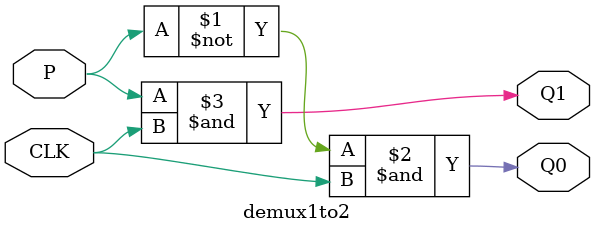
<source format=v>
module demux1to2(CLK, P, Q0, Q1);
	input CLK, P;
	output Q0, Q1;
	assign Q0 = ~P&CLK;
	assign Q1 = P&CLK;
endmodule
</source>
